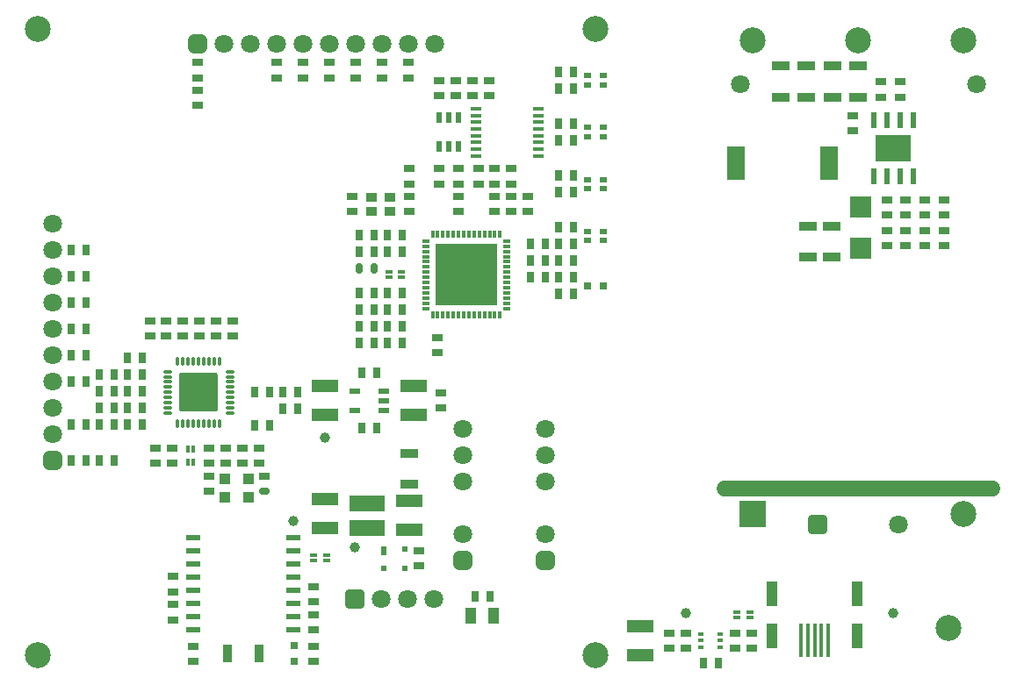
<source format=gbr>
%TF.GenerationSoftware,KiCad,Pcbnew,8.0.5*%
%TF.CreationDate,2024-09-26T23:09:47+07:00*%
%TF.ProjectId,HW.ACIM-DBG,48572e41-4349-44d2-9d44-42472e6b6963,0.1*%
%TF.SameCoordinates,Original*%
%TF.FileFunction,Soldermask,Top*%
%TF.FilePolarity,Negative*%
%FSLAX46Y46*%
G04 Gerber Fmt 4.6, Leading zero omitted, Abs format (unit mm)*
G04 Created by KiCad (PCBNEW 8.0.5) date 2024-09-26 23:09:47*
%MOMM*%
%LPD*%
G01*
G04 APERTURE LIST*
G04 Aperture macros list*
%AMRoundRect*
0 Rectangle with rounded corners*
0 $1 Rounding radius*
0 $2 $3 $4 $5 $6 $7 $8 $9 X,Y pos of 4 corners*
0 Add a 4 corners polygon primitive as box body*
4,1,4,$2,$3,$4,$5,$6,$7,$8,$9,$2,$3,0*
0 Add four circle primitives for the rounded corners*
1,1,$1+$1,$2,$3*
1,1,$1+$1,$4,$5*
1,1,$1+$1,$6,$7*
1,1,$1+$1,$8,$9*
0 Add four rect primitives between the rounded corners*
20,1,$1+$1,$2,$3,$4,$5,0*
20,1,$1+$1,$4,$5,$6,$7,0*
20,1,$1+$1,$6,$7,$8,$9,0*
20,1,$1+$1,$8,$9,$2,$3,0*%
G04 Aperture macros list end*
%ADD10C,1.500000*%
%ADD11R,0.650000X1.000000*%
%ADD12R,1.000000X0.650000*%
%ADD13RoundRect,0.450000X-0.450000X-0.450000X0.450000X-0.450000X0.450000X0.450000X-0.450000X0.450000X0*%
%ADD14C,1.800000*%
%ADD15R,2.500000X1.300000*%
%ADD16C,2.500000*%
%ADD17R,1.700000X3.200000*%
%ADD18R,0.600000X0.420000*%
%ADD19C,1.000000*%
%ADD20R,0.700000X0.300000*%
%ADD21R,1.700000X0.900000*%
%ADD22RoundRect,0.450000X0.450000X-0.450000X0.450000X0.450000X-0.450000X0.450000X-0.450000X-0.450000X0*%
%ADD23R,0.800000X0.500000*%
%ADD24R,0.350000X3.250000*%
%ADD25RoundRect,0.220000X-0.330000X0.980000X-0.330000X-0.980000X0.330000X-0.980000X0.330000X0.980000X0*%
%ADD26R,1.100000X0.600000*%
%ADD27R,1.450000X0.550000*%
%ADD28R,0.800000X0.800000*%
%ADD29R,2.500000X2.500000*%
%ADD30RoundRect,0.162500X0.337500X-0.162500X0.337500X0.162500X-0.337500X0.162500X-0.337500X-0.162500X0*%
%ADD31R,1.000000X0.900000*%
%ADD32R,0.300000X0.700000*%
%ADD33R,0.610000X1.600000*%
%ADD34R,3.510000X2.620000*%
%ADD35RoundRect,0.270000X0.630000X-0.630000X0.630000X0.630000X-0.630000X0.630000X-0.630000X-0.630000X0*%
%ADD36R,1.100000X1.000000*%
%ADD37RoundRect,0.162500X-0.162500X-0.337500X0.162500X-0.337500X0.162500X0.337500X-0.162500X0.337500X0*%
%ADD38R,0.600000X0.900000*%
%ADD39R,0.600000X0.500000*%
%ADD40RoundRect,0.250000X0.650000X-0.650000X0.650000X0.650000X-0.650000X0.650000X-0.650000X-0.650000X0*%
%ADD41R,1.000000X1.500000*%
%ADD42R,0.900000X1.700000*%
%ADD43R,6.000000X6.000000*%
%ADD44R,1.000000X0.350000*%
%ADD45R,0.600000X1.100000*%
%ADD46R,3.500000X1.600000*%
%ADD47R,2.000000X2.000000*%
%ADD48O,0.900000X0.300000*%
%ADD49O,0.300000X0.900000*%
%ADD50RoundRect,0.185000X1.665000X1.665000X-1.665000X1.665000X-1.665000X-1.665000X1.665000X-1.665000X0*%
G04 APERTURE END LIST*
D10*
X204025000Y-81900000D02*
X178225000Y-81900000D01*
D11*
%TO.C,C43*%
X145700000Y-63050000D03*
X147150000Y-63050000D03*
%TD*%
D12*
%TO.C,R33*%
X153925000Y-43975000D03*
X153925000Y-42525000D03*
%TD*%
D13*
%TO.C,J1*%
X127432700Y-38950000D03*
D14*
X129972700Y-38950000D03*
X132512700Y-38950000D03*
X135052700Y-38950000D03*
X137592700Y-38950000D03*
X140132700Y-38950000D03*
X142672700Y-38950000D03*
X145212700Y-38950000D03*
X147752700Y-38950000D03*
X150292700Y-38950000D03*
%TD*%
D12*
%TO.C,C4*%
X150887500Y-72687502D03*
X150887500Y-74137500D03*
%TD*%
D11*
%TO.C,C47*%
X163650000Y-59900000D03*
X162200000Y-59900000D03*
%TD*%
%TO.C,R47*%
X145700000Y-67850000D03*
X147150000Y-67850000D03*
%TD*%
D12*
%TO.C,C23*%
X127617000Y-65725200D03*
X127617000Y-67175200D03*
%TD*%
D11*
%TO.C,C26*%
X120650000Y-70900200D03*
X122100000Y-70900200D03*
%TD*%
D15*
%TO.C,C1*%
X147812700Y-85900000D03*
X147812700Y-83100000D03*
%TD*%
D16*
%TO.C,SH5*%
X199787500Y-95312500D03*
%TD*%
D11*
%TO.C,C38*%
X144450000Y-59000000D03*
X143000000Y-59000000D03*
%TD*%
%TO.C,R6*%
X115250000Y-75700200D03*
X116700000Y-75700200D03*
%TD*%
%TO.C,R2*%
X116700000Y-79180200D03*
X115250000Y-79180200D03*
%TD*%
D12*
%TO.C,R34*%
X155525000Y-43975000D03*
X155525000Y-42525000D03*
%TD*%
%TO.C,R26*%
X140132700Y-40775000D03*
X140132700Y-42225000D03*
%TD*%
%TO.C,R52*%
X195705000Y-55490000D03*
X195705000Y-54040002D03*
%TD*%
%TO.C,R48*%
X172875100Y-97305099D03*
X172875100Y-95855101D03*
%TD*%
D11*
%TO.C,R35*%
X162200000Y-43300000D03*
X163650000Y-43300000D03*
%TD*%
%TO.C,C48*%
X160950000Y-59900000D03*
X159500000Y-59900000D03*
%TD*%
D12*
%TO.C,C29*%
X130817000Y-65725200D03*
X130817000Y-67175200D03*
%TD*%
%TO.C,C45*%
X157675000Y-53725000D03*
X157675000Y-55175000D03*
%TD*%
D11*
%TO.C,R42*%
X162200000Y-56700000D03*
X163650000Y-56700000D03*
%TD*%
%TO.C,R16*%
X144450000Y-66250000D03*
X143000000Y-66250000D03*
%TD*%
D12*
%TO.C,C67*%
X197555000Y-58440000D03*
X197555000Y-56990002D03*
%TD*%
D17*
%TO.C,L2*%
X188340000Y-50515001D03*
X179339998Y-50515001D03*
%TD*%
D12*
%TO.C,C46*%
X156075000Y-53725000D03*
X156075000Y-55175000D03*
%TD*%
D18*
%TO.C,U9*%
X177825100Y-97230100D03*
X177825099Y-96580100D03*
X177825100Y-95930100D03*
X175925100Y-95930100D03*
X175925101Y-96580100D03*
X175925100Y-97230100D03*
%TD*%
D19*
%TO.C,TP3*%
X174475100Y-93930100D03*
%TD*%
D11*
%TO.C,R41*%
X162200000Y-58300000D03*
X163650000Y-58300000D03*
%TD*%
D12*
%TO.C,C36*%
X159275000Y-53725000D03*
X159275000Y-55175000D03*
%TD*%
D11*
%TO.C,R49*%
X117950000Y-79180200D03*
X119400000Y-79180200D03*
%TD*%
D20*
%TO.C,FT6*%
X147100000Y-61500000D03*
X145850000Y-61500000D03*
X145850000Y-61000000D03*
X147100000Y-61000000D03*
%TD*%
D21*
%TO.C,C5*%
X147812700Y-81500000D03*
X147812700Y-78500000D03*
%TD*%
D12*
%TO.C,R12*%
X123362700Y-79425000D03*
X123362700Y-77975000D03*
%TD*%
D11*
%TO.C,R40*%
X162200000Y-51700000D03*
X163650000Y-51700000D03*
%TD*%
D12*
%TO.C,C9*%
X180875100Y-95855100D03*
X180875100Y-97305100D03*
%TD*%
D11*
%TO.C,C28*%
X134392000Y-72600200D03*
X132942000Y-72600200D03*
%TD*%
D20*
%TO.C,FT11*%
X180700100Y-94304385D03*
X179450100Y-94304385D03*
X179450100Y-93804385D03*
X180700100Y-93804385D03*
%TD*%
D11*
%TO.C,C41*%
X143000000Y-64650000D03*
X144450000Y-64650000D03*
%TD*%
%TO.C,R22*%
X116700000Y-61400200D03*
X115250000Y-61400200D03*
%TD*%
D19*
%TO.C,TP4*%
X139737500Y-76962500D03*
%TD*%
D12*
%TO.C,C11*%
X174475100Y-97305099D03*
X174475100Y-95855101D03*
%TD*%
%TO.C,C3*%
X148762700Y-89374999D03*
X148762700Y-87925001D03*
%TD*%
D22*
%TO.C,J3*%
X113425000Y-79180200D03*
D14*
X113425000Y-76640200D03*
X113425000Y-74100200D03*
X113425000Y-71560200D03*
X113425000Y-69020200D03*
X113425000Y-66480200D03*
X113425000Y-63940200D03*
X113425000Y-61400200D03*
X113425000Y-58860200D03*
X113425000Y-56320200D03*
%TD*%
D21*
%TO.C,C66*%
X188540000Y-59565001D03*
X188540000Y-56565001D03*
%TD*%
D11*
%TO.C,R5*%
X117950000Y-74100200D03*
X119400000Y-74100200D03*
%TD*%
D21*
%TO.C,C56*%
X191125000Y-41090000D03*
X191125000Y-44090000D03*
%TD*%
D23*
%TO.C,D2*%
X166575000Y-57050000D03*
X164975000Y-57050000D03*
X164975000Y-57950000D03*
X166575000Y-57950000D03*
%TD*%
D12*
%TO.C,C50*%
X152575000Y-53725000D03*
X152575000Y-55175000D03*
%TD*%
D16*
%TO.C,SH4*%
X111975000Y-98000000D03*
%TD*%
D24*
%TO.C,J2*%
X185625100Y-96580100D03*
X186275100Y-96580100D03*
X186925100Y-96580100D03*
X187575100Y-96580100D03*
X188225100Y-96580100D03*
D25*
X182825100Y-96075100D03*
X182825100Y-92025100D03*
X191025100Y-92025100D03*
X191025100Y-96075100D03*
%TD*%
D12*
%TO.C,C51*%
X150725000Y-42525000D03*
X150725000Y-43975000D03*
%TD*%
D11*
%TO.C,C53*%
X144712499Y-70750000D03*
X143262501Y-70750000D03*
%TD*%
%TO.C,R13*%
X117950000Y-70900200D03*
X119400000Y-70900200D03*
%TD*%
D12*
%TO.C,C49*%
X150575000Y-68800000D03*
X150575000Y-67350000D03*
%TD*%
%TO.C,R23*%
X137592700Y-40775000D03*
X137592700Y-42225000D03*
%TD*%
D15*
%TO.C,C2*%
X170075100Y-95180101D03*
X170075100Y-97980099D03*
%TD*%
D12*
%TO.C,R28*%
X145225000Y-40775000D03*
X145225000Y-42225000D03*
%TD*%
D11*
%TO.C,C31*%
X134392000Y-75800200D03*
X132942000Y-75800200D03*
%TD*%
D12*
%TO.C,C63*%
X195704999Y-58440000D03*
X195704999Y-56990002D03*
%TD*%
D21*
%TO.C,C65*%
X183624998Y-41090000D03*
X183624998Y-44090000D03*
%TD*%
D11*
%TO.C,FT8*%
X147150000Y-64650000D03*
X145700000Y-64650000D03*
%TD*%
D26*
%TO.C,U1*%
X145387500Y-74362501D03*
X145387499Y-73412501D03*
X145387500Y-72462501D03*
X142587500Y-72462501D03*
X142587500Y-74362501D03*
%TD*%
D12*
%TO.C,R9*%
X133362700Y-77975000D03*
X133362700Y-79425000D03*
%TD*%
D11*
%TO.C,R7*%
X119400000Y-75700200D03*
X117950000Y-75700200D03*
%TD*%
D12*
%TO.C,C13*%
X125062700Y-94550000D03*
X125062700Y-93100000D03*
%TD*%
%TO.C,C33*%
X142325000Y-55175000D03*
X142325000Y-53725000D03*
%TD*%
D11*
%TO.C,C37*%
X160950000Y-61500000D03*
X159500000Y-61500000D03*
%TD*%
D12*
%TO.C,R51*%
X195125000Y-42640002D03*
X195125000Y-44090000D03*
%TD*%
D11*
%TO.C,R37*%
X162200000Y-48300000D03*
X163650000Y-48300000D03*
%TD*%
D12*
%TO.C,C57*%
X193275000Y-42640002D03*
X193275000Y-44090000D03*
%TD*%
%TO.C,R46*%
X127432700Y-43475000D03*
X127432700Y-44925000D03*
%TD*%
D21*
%TO.C,C58*%
X188625000Y-41090000D03*
X188625000Y-44090000D03*
%TD*%
D27*
%TO.C,U3*%
X136662700Y-95550000D03*
X136662700Y-94280000D03*
X136662700Y-93010000D03*
X136662700Y-91740000D03*
X136662700Y-90470000D03*
X136662700Y-89200000D03*
X136662700Y-87930000D03*
X136662700Y-86660000D03*
X126962700Y-86660000D03*
X126962700Y-87930000D03*
X126962700Y-89200000D03*
X126962700Y-90470000D03*
X126962700Y-91740000D03*
X126962700Y-93010000D03*
X126962700Y-94280000D03*
X126962700Y-95550000D03*
%TD*%
D28*
%TO.C,D6*%
X136712700Y-97075000D03*
X136712700Y-98575000D03*
%TD*%
D11*
%TO.C,R3*%
X163649999Y-63100000D03*
X162200001Y-63100000D03*
%TD*%
D23*
%TO.C,D3*%
X166575000Y-52050000D03*
X164975000Y-52050000D03*
X164975000Y-52950000D03*
X166575000Y-52950000D03*
%TD*%
D12*
%TO.C,C30*%
X124962700Y-79425000D03*
X124962700Y-77975000D03*
%TD*%
D29*
%TO.C,MD4*%
X180965000Y-84310000D03*
D16*
X201285000Y-84310000D03*
X201285000Y-38590000D03*
X191125000Y-38590000D03*
X180965000Y-38590000D03*
%TD*%
D12*
%TO.C,C15*%
X126962700Y-98550000D03*
X126962700Y-97100000D03*
%TD*%
%TO.C,R30*%
X152325000Y-43975000D03*
X152325000Y-42525000D03*
%TD*%
D11*
%TO.C,R44*%
X143000000Y-67850000D03*
X144450000Y-67850000D03*
%TD*%
%TO.C,C42*%
X143000000Y-63050000D03*
X144450000Y-63050000D03*
%TD*%
%TO.C,C39*%
X145700000Y-57400000D03*
X147150000Y-57400000D03*
%TD*%
D12*
%TO.C,C19*%
X133867000Y-80675200D03*
D30*
X133867000Y-82125200D03*
%TD*%
D12*
%TO.C,C59*%
X193855000Y-58440000D03*
X193855000Y-56990002D03*
%TD*%
%TO.C,R27*%
X147752700Y-40775000D03*
X147752700Y-42225000D03*
%TD*%
D11*
%TO.C,R36*%
X162200000Y-41700000D03*
X163650000Y-41700000D03*
%TD*%
D19*
%TO.C,TP5*%
X194475100Y-93930100D03*
%TD*%
D11*
%TO.C,R17*%
X116700000Y-69020200D03*
X115250000Y-69020200D03*
%TD*%
D12*
%TO.C,C10*%
X179275100Y-95855100D03*
X179275100Y-97305100D03*
%TD*%
%TO.C,R53*%
X199405000Y-58440000D03*
X199405000Y-56990002D03*
%TD*%
D11*
%TO.C,FT1*%
X155587699Y-92300000D03*
X154137701Y-92300000D03*
%TD*%
D31*
%TO.C,U8*%
X145925000Y-55150000D03*
X145925000Y-53750000D03*
X144225000Y-53750000D03*
X144225000Y-55150000D03*
%TD*%
D16*
%TO.C,SH3*%
X165775000Y-98000000D03*
%TD*%
D23*
%TO.C,D4*%
X166575000Y-47050000D03*
X164975000Y-47050000D03*
X164975000Y-47950000D03*
X166575000Y-47950000D03*
%TD*%
D11*
%TO.C,R43*%
X177600099Y-98780100D03*
X176150101Y-98780100D03*
%TD*%
%TO.C,R14*%
X120650000Y-72500200D03*
X122100000Y-72500200D03*
%TD*%
D15*
%TO.C,C55*%
X139712700Y-85699999D03*
X139712700Y-82900001D03*
%TD*%
D12*
%TO.C,R54*%
X199405000Y-54040002D03*
X199405000Y-55490000D03*
%TD*%
D32*
%TO.C,FT2*%
X127017000Y-78075200D03*
X127017000Y-79325200D03*
X126517000Y-79325200D03*
X126517000Y-78075200D03*
%TD*%
D11*
%TO.C,R11*%
X119400000Y-72500200D03*
X117950000Y-72500200D03*
%TD*%
D16*
%TO.C,SH1*%
X111975000Y-37500000D03*
%TD*%
D33*
%TO.C,U10*%
X192585000Y-51765001D03*
X193855000Y-51765001D03*
X195125000Y-51765001D03*
X196395000Y-51765001D03*
X196395000Y-46365001D03*
X195125000Y-46365001D03*
X193855000Y-46365001D03*
X192585000Y-46365001D03*
D34*
X194490000Y-49065001D03*
%TD*%
D12*
%TO.C,C60*%
X190590000Y-45890002D03*
X190590000Y-47340000D03*
%TD*%
D35*
%TO.C,MD3*%
X187225000Y-85400001D03*
D14*
X195025000Y-85400001D03*
X202525000Y-42900000D03*
X179725000Y-42900000D03*
%TD*%
D11*
%TO.C,FT7*%
X143000000Y-57400000D03*
X144450000Y-57400000D03*
%TD*%
D36*
%TO.C,U4*%
X132362701Y-80950000D03*
X130062699Y-80950000D03*
X130062699Y-82700001D03*
X132362701Y-82700001D03*
%TD*%
D11*
%TO.C,R38*%
X162200000Y-46700000D03*
X163650000Y-46700000D03*
%TD*%
D19*
%TO.C,TP1*%
X136662700Y-85060000D03*
%TD*%
D12*
%TO.C,R32*%
X152575000Y-51025000D03*
X152575000Y-52475000D03*
%TD*%
D21*
%TO.C,C62*%
X186239998Y-59565001D03*
X186239998Y-56565001D03*
%TD*%
D12*
%TO.C,R4*%
X125062700Y-90400000D03*
X125062700Y-91850000D03*
%TD*%
D37*
%TO.C,R29*%
X144450000Y-60600000D03*
X143000000Y-60600000D03*
%TD*%
D12*
%TO.C,R50*%
X193855000Y-54040002D03*
X193855000Y-55490000D03*
%TD*%
D11*
%TO.C,R18*%
X116700000Y-71560200D03*
X115250000Y-71560200D03*
%TD*%
D19*
%TO.C,TP2*%
X142552700Y-87575000D03*
%TD*%
D12*
%TO.C,R1*%
X138562700Y-98550000D03*
X138562700Y-97100000D03*
%TD*%
D38*
%TO.C,D1*%
X145362700Y-87900000D03*
D39*
X145362700Y-89600000D03*
X147362700Y-89600000D03*
X147362700Y-87700000D03*
%TD*%
D40*
%TO.C,J4*%
X142552700Y-92575000D03*
D14*
X145092700Y-92575000D03*
X147632700Y-92575000D03*
X150172700Y-92575000D03*
%TD*%
D41*
%TO.C,F1*%
X153762701Y-94150000D03*
X155962699Y-94150000D03*
%TD*%
D42*
%TO.C,C6*%
X133312700Y-97850000D03*
X130312700Y-97850000D03*
%TD*%
D12*
%TO.C,R45*%
X127432700Y-42225000D03*
X127432700Y-40775000D03*
%TD*%
D20*
%TO.C,U5*%
X149425000Y-58000000D03*
X149425000Y-58500000D03*
X149425000Y-59000000D03*
X149425000Y-59500000D03*
X149425000Y-60000000D03*
X149425000Y-60500000D03*
X149425000Y-61000000D03*
X149425000Y-61500000D03*
X149425000Y-62000000D03*
X149425000Y-62500000D03*
X149425000Y-63000000D03*
X149425000Y-63500000D03*
X149425000Y-64000000D03*
X149425000Y-64500000D03*
D32*
X150075000Y-65150000D03*
X150575000Y-65150000D03*
X151075000Y-65150000D03*
X151575000Y-65150000D03*
X152075000Y-65150000D03*
X152575000Y-65150000D03*
X153075000Y-65150000D03*
X153575000Y-65150000D03*
X154075000Y-65150000D03*
X154575000Y-65150000D03*
X155075000Y-65150000D03*
X155575000Y-65150000D03*
X156075000Y-65150000D03*
X156575000Y-65150000D03*
D20*
X157225000Y-64500000D03*
X157225000Y-64000000D03*
X157225000Y-63500000D03*
X157225000Y-63000000D03*
X157225000Y-62500000D03*
X157225000Y-62000000D03*
X157225000Y-61500000D03*
X157225000Y-61000000D03*
X157225000Y-60500000D03*
X157225000Y-60000000D03*
X157225000Y-59500000D03*
X157225000Y-59000000D03*
X157225000Y-58500000D03*
X157225000Y-58000000D03*
D32*
X156575000Y-57350000D03*
X156075000Y-57350000D03*
X155575000Y-57350000D03*
X155075000Y-57350000D03*
X154575000Y-57350000D03*
X154075000Y-57350000D03*
X153575000Y-57350000D03*
X153075000Y-57350000D03*
X152575000Y-57350000D03*
X152075000Y-57350000D03*
X151575000Y-57350000D03*
X151075000Y-57350000D03*
X150575000Y-57350000D03*
X150075000Y-57350000D03*
D43*
X153325000Y-61250000D03*
%TD*%
D12*
%TO.C,C44*%
X156075000Y-52475000D03*
X156075000Y-51025000D03*
%TD*%
D22*
%TO.C,MD1*%
X152987500Y-88862500D03*
X160987500Y-88862500D03*
D14*
X152987500Y-86322500D03*
X160987500Y-86322500D03*
X160987500Y-81242500D03*
X152987500Y-81242499D03*
X152987500Y-78702500D03*
X160987500Y-78702500D03*
X152987500Y-76162500D03*
X160987500Y-76162500D03*
%TD*%
D11*
%TO.C,R19*%
X116700000Y-63940200D03*
X115250000Y-63940200D03*
%TD*%
D44*
%TO.C,U7*%
X160275000Y-49775000D03*
X160275000Y-49125000D03*
X160275000Y-48475000D03*
X160275000Y-47825000D03*
X160275000Y-47175000D03*
X160275000Y-46525000D03*
X160275000Y-45875000D03*
X160275000Y-45225000D03*
X154275000Y-45225000D03*
X154275000Y-45875000D03*
X154275000Y-46525000D03*
X154275000Y-47175000D03*
X154275000Y-47825000D03*
X154275000Y-48475000D03*
X154275000Y-49125000D03*
X154275000Y-49775000D03*
%TD*%
D21*
%TO.C,C64*%
X186124999Y-41090000D03*
X186124999Y-44090000D03*
%TD*%
D11*
%TO.C,C8*%
X144712499Y-76062501D03*
X143262501Y-76062501D03*
%TD*%
D12*
%TO.C,C16*%
X138562700Y-92850000D03*
X138562700Y-91400000D03*
%TD*%
%TO.C,R24*%
X135052700Y-40775000D03*
X135052700Y-42225000D03*
%TD*%
%TO.C,C18*%
X128562700Y-79425000D03*
X128562700Y-77975000D03*
%TD*%
D11*
%TO.C,C14*%
X120650000Y-75700200D03*
X122100000Y-75700200D03*
%TD*%
%TO.C,C34*%
X145700000Y-66250000D03*
X147150000Y-66250000D03*
%TD*%
%TO.C,R15*%
X162200000Y-61500000D03*
X163650000Y-61500000D03*
%TD*%
D45*
%TO.C,U6*%
X150675000Y-48900000D03*
X151625000Y-48900000D03*
X152575000Y-48900000D03*
X152575000Y-46100000D03*
X151625000Y-46100000D03*
X150675000Y-46100000D03*
%TD*%
D12*
%TO.C,FT4*%
X124417000Y-65725200D03*
X124417000Y-67175200D03*
%TD*%
%TO.C,C12*%
X138562700Y-94100000D03*
X138562700Y-95550000D03*
%TD*%
D23*
%TO.C,D5*%
X166575000Y-42050000D03*
X164975000Y-42050000D03*
X164975000Y-42950000D03*
X166575000Y-42950000D03*
%TD*%
D16*
%TO.C,SH2*%
X165775000Y-37500000D03*
%TD*%
D28*
%TO.C,D7*%
X165025000Y-62300000D03*
X166525000Y-62300000D03*
%TD*%
D12*
%TO.C,C24*%
X122817000Y-67175200D03*
X122817000Y-65725200D03*
%TD*%
%TO.C,R8*%
X128562700Y-80675000D03*
X128562700Y-82125000D03*
%TD*%
D11*
%TO.C,R21*%
X116700000Y-58860200D03*
X115250000Y-58860200D03*
%TD*%
%TO.C,R10*%
X122100000Y-69300200D03*
X120650000Y-69300200D03*
%TD*%
%TO.C,C25*%
X135642000Y-74200200D03*
X137092000Y-74200200D03*
%TD*%
%TO.C,FT10*%
X160950000Y-58300000D03*
X159500000Y-58300000D03*
%TD*%
D12*
%TO.C,C61*%
X197555000Y-54040002D03*
X197555000Y-55490000D03*
%TD*%
D46*
%TO.C,L1*%
X143762700Y-85700000D03*
X143762700Y-83300000D03*
%TD*%
D12*
%TO.C,R25*%
X142672700Y-40775000D03*
X142672700Y-42225000D03*
%TD*%
D20*
%TO.C,FT3*%
X138577700Y-88315000D03*
X139827700Y-88315000D03*
X139827700Y-88815000D03*
X138577700Y-88815000D03*
%TD*%
D12*
%TO.C,C35*%
X147825000Y-51025000D03*
X147825000Y-52475000D03*
%TD*%
D11*
%TO.C,C40*%
X145700000Y-59000000D03*
X147150000Y-59000000D03*
%TD*%
%TO.C,R20*%
X116700000Y-66480200D03*
X115250000Y-66480200D03*
%TD*%
D12*
%TO.C,C21*%
X131762700Y-79425000D03*
X131762700Y-77975000D03*
%TD*%
D11*
%TO.C,C17*%
X120650000Y-74100200D03*
X122100000Y-74100200D03*
%TD*%
D12*
%TO.C,FT9*%
X157675000Y-51025000D03*
X157675000Y-52475000D03*
%TD*%
%TO.C,C32*%
X147825000Y-53725000D03*
X147825000Y-55175000D03*
%TD*%
%TO.C,C22*%
X129217000Y-65725200D03*
X129217000Y-67175200D03*
%TD*%
%TO.C,C20*%
X130162700Y-79425000D03*
X130162700Y-77975000D03*
%TD*%
D11*
%TO.C,R39*%
X162200000Y-53300000D03*
X163650000Y-53300000D03*
%TD*%
D15*
%TO.C,C54*%
X148237500Y-74812500D03*
X148237500Y-72012502D03*
%TD*%
D12*
%TO.C,C27*%
X126017000Y-65725200D03*
X126017000Y-67175200D03*
%TD*%
D47*
%TO.C,D8*%
X191340000Y-58715002D03*
X191340000Y-54715000D03*
%TD*%
D48*
%TO.C,U2*%
X130517000Y-74600200D03*
X130517000Y-74100200D03*
X130517000Y-73600200D03*
X130517000Y-73100200D03*
X130517000Y-72600200D03*
X130517000Y-72100200D03*
X130517000Y-71600200D03*
X130517000Y-71100200D03*
X130517000Y-70600200D03*
D49*
X129517000Y-69600200D03*
X129017000Y-69600200D03*
X128517000Y-69600200D03*
X128017000Y-69600200D03*
X127517000Y-69600200D03*
X127017000Y-69600200D03*
X126517000Y-69600200D03*
X126017000Y-69600200D03*
X125517000Y-69600200D03*
D48*
X124517000Y-70600200D03*
X124517000Y-71100200D03*
X124517000Y-71600200D03*
X124517000Y-72100200D03*
X124517000Y-72600200D03*
X124517000Y-73100200D03*
X124517000Y-73600200D03*
X124517000Y-74100200D03*
X124517000Y-74600200D03*
D49*
X125517000Y-75600200D03*
X126017000Y-75600200D03*
X126517000Y-75600200D03*
X127017000Y-75600200D03*
X127517000Y-75600200D03*
X128017000Y-75600200D03*
X128517000Y-75600200D03*
X129017000Y-75600200D03*
X129517000Y-75600200D03*
D50*
X127517000Y-72600200D03*
%TD*%
D11*
%TO.C,FT5*%
X137092000Y-72600200D03*
X135642000Y-72600200D03*
%TD*%
D15*
%TO.C,C7*%
X139737500Y-74812500D03*
X139737500Y-72012502D03*
%TD*%
D12*
%TO.C,C52*%
X154475000Y-52475000D03*
X154475000Y-51025000D03*
%TD*%
%TO.C,R31*%
X150675000Y-51025000D03*
X150675000Y-52475000D03*
%TD*%
M02*

</source>
